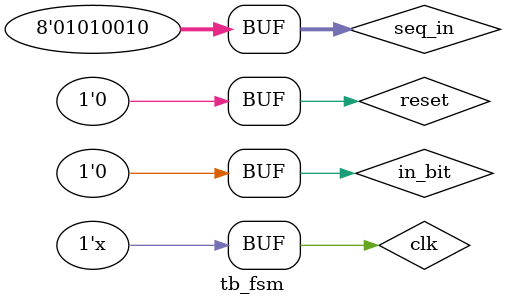
<source format=v>
`timescale 1ns / 1ps


module tb_fsm;

	// Inputs
	reg in_bit;
	reg clk;
	reg reset;
	reg [7:0] seq_in;
	// Outputs
	wire out;

	// Instantiate the Unit Under Test (UUT)
	seqdet uut (
					.in_bit(in_bit), 
					.clk(clk),
					.reset(reset),	 
					.seq_in(seq_in), 
					.out(out));




	initial begin
		// Initialize Inputs
		reset=1;
		in_bit = 0;
		clk = 0;
		seq_in=8'b01001101;
		// Wait 200 ns for global reset to finish
		#201
		reset=0;	// also detects last +ve edge thus taken 201ns



		// Add stimulus here
		
  		#17 in_bit=1;//also sense the input on +ve edge 
		#20 in_bit=0;
		#20 in_bit=1;
      #20 in_bit=1;
		#20 in_bit=0;
      #20 in_bit=0;
		#20 in_bit=1;
      #20 in_bit=0;
		
		#20 in_bit=1;
      #20 in_bit=0;
		#20 in_bit=1;
      #20 in_bit=0;
      #20 in_bit=1;
		#20 in_bit=1;
      #20 in_bit=0;     
		#20 in_bit=1;
      #20 in_bit=0;
		#20 in_bit=1;

		#20 in_bit=1;
      #20 in_bit=0;
		#20 in_bit=0;
      #20 in_bit=1;
		#20 in_bit=0;     //1
      #20 in_bit=1;
		#20 in_bit=1;
      #20 in_bit=0;     
		#20 in_bit=0;
      #20 in_bit=0;
		#20 in_bit=1;
      #20 in_bit=0;
      #20 in_bit=1;
      #20 in_bit=1;
		#20 in_bit=0;
      #20 in_bit=0;
		#20 in_bit=1;
      #20 in_bit=0;		//1

      #20 in_bit=1;
		#20 in_bit=1;
		#20 reset=1;
		
		seq_in=8'b01010010;
      #20 in_bit=0;
		#18 in_bit=0;
		#1 reset=0;
		
      #21 in_bit=1;
		#20 in_bit=0;
      #20 in_bit=0;
		#20 in_bit=1;
      #20 in_bit=0;
		#20 in_bit=1;
		#20 in_bit=0;
		
		
		#20 in_bit=1;
      #20 in_bit=0;
		#20 in_bit=1;
      #20 in_bit=0;
      #20 in_bit=1;
		#20 in_bit=1;
      #20 in_bit=0;     
		#20 in_bit=1;
      #20 in_bit=0;
		#20 in_bit=0;

		#20 in_bit=1;
      #20 in_bit=0;
		#20 in_bit=0;
      #20 in_bit=1;
		#20 in_bit=0;
      #20 in_bit=1;
		#20 in_bit=0;	     //1
      #20 in_bit=0;     
		#20 in_bit=1;
      #20 in_bit=0;
		#20 in_bit=1;
      #20 in_bit=0;			//1
      #20 in_bit=1;
      #20 in_bit=1;
		#20 in_bit=0;
      #20 in_bit=0;
		#20 in_bit=1;
      #20 in_bit=0;		


	end
	
	always begin 
	#1 clk=~clk;
	end
      
endmodule


</source>
